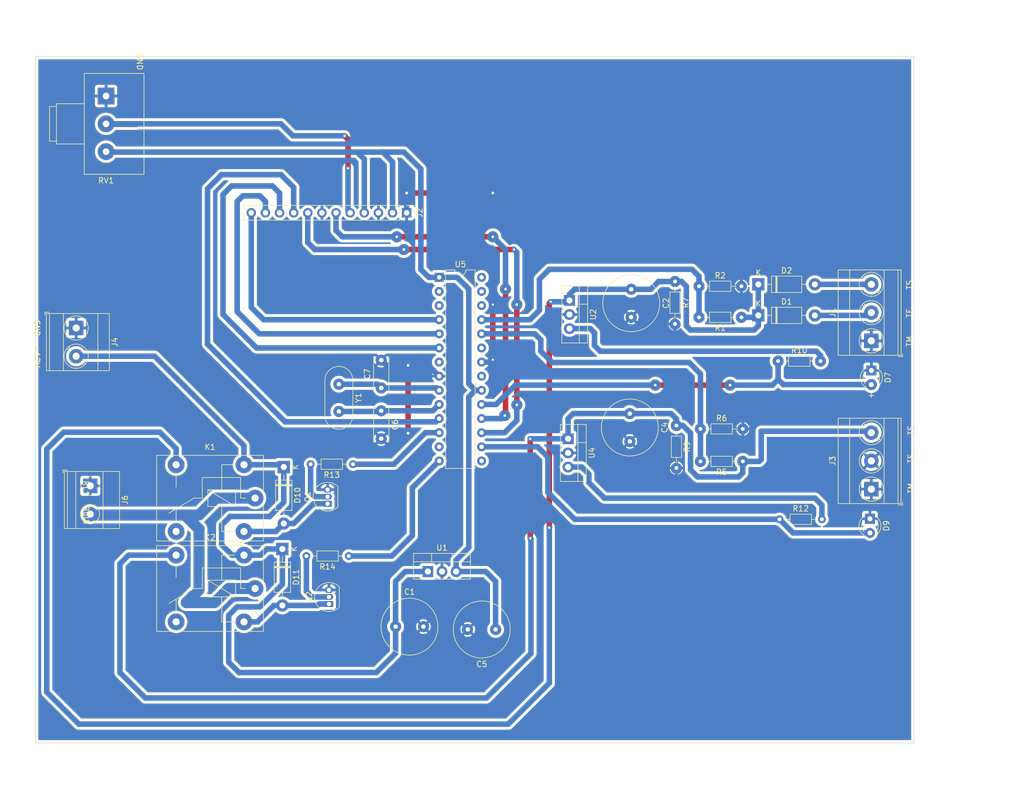
<source format=kicad_pcb>
(kicad_pcb (version 20211014) (generator pcbnew)
  (layers (0 "F.Cu" signal) (31 "B.Cu" signal) (34 "B.Paste" user) (35 "F.Paste" user) (36 "B.SilkS" user "B.Silkscreen") (37 "F.SilkS" user "F.Silkscreen") (38 "B.Mask" user) (39 "F.Mask" user) (44 "Edge.Cuts" user))
  (net 0 "")
  (net 1 "12V")
  (net 2 "GND")
  (net 4 "5V")
  (net 5 "XTAL2")
  (net 6 "XTAL1")
  (net 7 "Net-(D1-Pad2)")
  (net 8 "Net-(D2-Pad2)")
  (net 9 "13")
  (net 10 "10")
  (net 11 "Net-(D10-Pad2)")
  (net 12 "Net-(D11-Pad2)")
  (net 13 "PIN11")
  (net 14 "RL2")
  (net 15 "RL1")
  (net 16 "Net-(Q1-Pad2)")
  (net 17 "Net-(Q2-Pad2)")
  (net 18 "PC0")
  (net 19 "PC1")
  (net 20 "Net-(R10-Pad2)")
  (net 21 "Net-(R12-Pad2)")
  (net 22 "8")
  (net 24 "7")
  (net 25 "VEE")
  (net 28 "D7")
  (net 29 "D6")
  (net 30 "D5")
  (net 32 "D4")
  (net 33 "E")
  (net 34 "RS")
  (footprint "Potentiometer_THT:Potentiometer_Alps_RK163_Single_Horizontal" (layer "F.Cu") (at 35.052 42.672)
    (fp_text reference "RV1" (at 0 15.2) (layer "F.SilkS"))
    (fp_text value "10k")
    (pad "1" thru_hole rect (at 0 0 180) (size 3 3) (drill 1.2) (layers *.Cu *.Mask) (net 2 "GND"))
    (pad "2" thru_hole circle (at 0 5 180) (size 3 3) (drill 1.2) (layers *.Cu *.Mask) (net 25 "VEE"))
    (pad "3" thru_hole circle (at 0 10 180) (size 3 3) (drill 1.2) (layers *.Cu *.Mask) (net 4 "5V"))
  )
  (footprint "Crystal:Crystal_HC18-U_Vertical" (layer "F.Cu") (at 76.916 94.494 -90)
    (fp_text reference "Y1" (at 2.45 -3.525 90) (layer "F.SilkS"))
    (fp_text value "Crystal")
    (pad "1" thru_hole circle (at 0 0 270) (size 1.5 1.5) (drill 0.8) (layers *.Cu *.Mask) (net 6 "XTAL1"))
    (pad "2" thru_hole circle (at 4.9 0 270) (size 1.5 1.5) (drill 0.8) (layers *.Cu *.Mask) (net 5 "XTAL2"))
  )
  (footprint "Package_TO_SOT_THT:TO-92_Inline" (layer "F.Cu") (at 74.884 115.994 90)
    (fp_text reference "Q1" (at 1.27 -3.56 90) (layer "F.SilkS"))
    (fp_text value "BC547")
    (pad "1" thru_hole rect (at 0 0 90) (size 1.05 1.5) (drill 0.75) (layers *.Cu *.Mask) (net 11 "Net-(D10-Pad2)"))
    (pad "2" thru_hole oval (at 1.27 0 90) (size 1.05 1.5) (drill 0.75) (layers *.Cu *.Mask) (net 16 "Net-(Q1-Pad2)"))
    (pad "3" thru_hole oval (at 2.54 0 90) (size 1.05 1.5) (drill 0.75) (layers *.Cu *.Mask) (net 2 "GND"))
  )
  (footprint "Package_DIP:DIP-28_W7.62mm" (layer "F.Cu") (at 94.96 75.274)
    (fp_text reference "U5" (at 3.81 -2.33) (layer "F.SilkS"))
    (fp_text value "ATmega328P-P")
    (pad "1" thru_hole rect (at 0 0) (size 1.6 1.6) (drill 0.8) (layers *.Cu *.Mask) (net 4 "5V"))
    (pad "2" thru_hole oval (at 0 2.54) (size 1.6 1.6) (drill 0.8) (layers *.Cu *.Mask))
    (pad "3" thru_hole oval (at 0 5.08) (size 1.6 1.6) (drill 0.8) (layers *.Cu *.Mask))
    (pad "4" thru_hole oval (at 0 7.62) (size 1.6 1.6) (drill 0.8) (layers *.Cu *.Mask) (net 28 "D7"))
    (pad "5" thru_hole oval (at 0 10.16) (size 1.6 1.6) (drill 0.8) (layers *.Cu *.Mask) (net 29 "D6"))
    (pad "6" thru_hole oval (at 0 12.7) (size 1.6 1.6) (drill 0.8) (layers *.Cu *.Mask) (net 30 "D5"))
    (pad "7" thru_hole oval (at 0 15.24) (size 1.6 1.6) (drill 0.8) (layers *.Cu *.Mask))
    (pad "8" thru_hole oval (at 0 17.78) (size 1.6 1.6) (drill 0.8) (layers *.Cu *.Mask) (net 2 "GND"))
    (pad "9" thru_hole oval (at 0 20.32) (size 1.6 1.6) (drill 0.8) (layers *.Cu *.Mask) (net 6 "XTAL1"))
    (pad "10" thru_hole oval (at 0 22.86) (size 1.6 1.6) (drill 0.8) (layers *.Cu *.Mask) (net 5 "XTAL2"))
    (pad "11" thru_hole oval (at 0 25.4) (size 1.6 1.6) (drill 0.8) (layers *.Cu *.Mask) (net 32 "D4"))
    (pad "12" thru_hole oval (at 0 27.94) (size 1.6 1.6) (drill 0.8) (layers *.Cu *.Mask) (net 22 "8"))
    (pad "13" thru_hole oval (at 0 30.48) (size 1.6 1.6) (drill 0.8) (layers *.Cu *.Mask))
    (pad "14" thru_hole oval (at 0 33.02) (size 1.6 1.6) (drill 0.8) (layers *.Cu *.Mask) (net 24 "7"))
    (pad "15" thru_hole oval (at 7.62 33.02) (size 1.6 1.6) (drill 0.8) (layers *.Cu *.Mask))
    (pad "16" thru_hole oval (at 7.62 30.48) (size 1.6 1.6) (drill 0.8) (layers *.Cu *.Mask) (net 10 "10"))
    (pad "17" thru_hole oval (at 7.62 27.94) (size 1.6 1.6) (drill 0.8) (layers *.Cu *.Mask) (net 33 "E"))
    (pad "18" thru_hole oval (at 7.62 25.4) (size 1.6 1.6) (drill 0.8) (layers *.Cu *.Mask) (net 34 "RS"))
    (pad "19" thru_hole oval (at 7.62 22.86) (size 1.6 1.6) (drill 0.8) (layers *.Cu *.Mask) (net 9 "13"))
    (pad "20" thru_hole oval (at 7.62 20.32) (size 1.6 1.6) (drill 0.8) (layers *.Cu *.Mask) (net 4 "5V"))
    (pad "21" thru_hole oval (at 7.62 17.78) (size 1.6 1.6) (drill 0.8) (layers *.Cu *.Mask))
    (pad "22" thru_hole oval (at 7.62 15.24) (size 1.6 1.6) (drill 0.8) (layers *.Cu *.Mask) (net 2 "GND"))
    (pad "23" thru_hole oval (at 7.62 12.7) (size 1.6 1.6) (drill 0.8) (layers *.Cu *.Mask))
    (pad "24" thru_hole oval (at 7.62 10.16) (size 1.6 1.6) (drill 0.8) (layers *.Cu *.Mask) (net 19 "PC1"))
    (pad "25" thru_hole oval (at 7.62 7.62) (size 1.6 1.6) (drill 0.8) (layers *.Cu *.Mask) (net 18 "PC0"))
    (pad "26" thru_hole oval (at 7.62 5.08) (size 1.6 1.6) (drill 0.8) (layers *.Cu *.Mask))
    (pad "27" thru_hole oval (at 7.62 2.54) (size 1.6 1.6) (drill 0.8) (layers *.Cu *.Mask))
    (pad "28" thru_hole oval (at 7.62 0) (size 1.6 1.6) (drill 0.8) (layers *.Cu *.Mask))
  )
  (footprint "Diode_THT:D_DO-41_SOD81_P10.16mm_Horizontal" (layer "F.Cu") (at 67.01 109.39 -90)
    (fp_text reference "D10" (at 5.08 -2.47 90) (layer "F.SilkS"))
    (fp_text value "1N4007")
    (fp_text user "K" (at 0 -2.1 90) (layer "F.SilkS"))
    (pad "1" thru_hole rect (at 0 0 270) (size 2.2 2.2) (drill 1.1) (layers *.Cu *.Mask) (net 1 "12V"))
    (pad "2" thru_hole oval (at 10.16 0 270) (size 2.2 2.2) (drill 1.1) (layers *.Cu *.Mask) (net 11 "Net-(D10-Pad2)"))
  )
  (footprint "Resistor_THT:R_Axial_DIN0204_L3.6mm_D1.6mm_P7.62mm_Horizontal" (layer "F.Cu") (at 137.368 76.026 -90)
    (fp_text reference "R7" (at 3.81 -1.92 90) (layer "F.SilkS"))
    (fp_text value "1k")
    (pad "1" thru_hole circle (at 0 0 270) (size 1.4 1.4) (drill 0.7) (layers *.Cu *.Mask) (net 15 "RL1"))
    (pad "2" thru_hole oval (at 7.62 0 270) (size 1.4 1.4) (drill 0.7) (layers *.Cu *.Mask) (net 2 "GND"))
  )
  (footprint "Capacitor_THT:C_Radial_D10.0mm_H12.5mm_P5.00mm" (layer "F.Cu") (at 129.494 77.426 -90)
    (fp_text reference "C2" (at 2.5 -6.25 -90) (layer "F.SilkS"))
    (fp_text value "2200u")
    (pad "1" thru_hole circle (at 0 0 270) (size 1.6 1.6) (drill 0.8) (layers *.Cu *.Mask) (net 15 "RL1"))
    (pad "2" thru_hole circle (at 5 0 270) (size 1.6 1.6) (drill 0.8) (layers *.Cu *.Mask) (net 2 "GND"))
  )
  (footprint "Resistor_THT:R_Axial_DIN0204_L3.6mm_D1.6mm_P7.62mm_Horizontal" (layer "F.Cu") (at 149.306 82.466 180)
    (fp_text reference "R1" (at 3.81 -1.92) (layer "F.SilkS"))
    (fp_text value "100k")
    (pad "1" thru_hole circle (at 0 0 180) (size 1.4 1.4) (drill 0.7) (layers *.Cu *.Mask) (net 15 "RL1"))
    (pad "2" thru_hole oval (at 7.62 0 180) (size 1.4 1.4) (drill 0.7) (layers *.Cu *.Mask) (net 18 "PC0"))
  )
  (footprint "Resistor_THT:R_Axial_DIN0204_L3.6mm_D1.6mm_P7.62mm_Horizontal" (layer "F.Cu") (at 155.91 90.34)
    (fp_text reference "R10" (at 3.81 -1.92) (layer "F.SilkS"))
    (fp_text value "330")
    (pad "1" thru_hole circle (at 0 0) (size 1.4 1.4) (drill 0.7) (layers *.Cu *.Mask) (net 9 "13"))
    (pad "2" thru_hole oval (at 7.62 0) (size 1.4 1.4) (drill 0.7) (layers *.Cu *.Mask) (net 20 "Net-(R10-Pad2)"))
  )
  (footprint "Diode_THT:D_DO-41_SOD81_P10.16mm_Horizontal" (layer "F.Cu") (at 66.756 124.122 -90)
    (fp_text reference "D11" (at 5.08 -2.47 90) (layer "F.SilkS"))
    (fp_text value "1N4007")
    (fp_text user "K" (at 0 -2.1 90) (layer "F.SilkS"))
    (pad "1" thru_hole rect (at 0 0 270) (size 2.2 2.2) (drill 1.1) (layers *.Cu *.Mask) (net 1 "12V"))
    (pad "2" thru_hole oval (at 10.16 0 270) (size 2.2 2.2) (drill 1.1) (layers *.Cu *.Mask) (net 12 "Net-(D11-Pad2)"))
  )
  (footprint "Capacitor_THT:C_Disc_D6.0mm_W2.5mm_P5.00mm" (layer "F.Cu") (at 84.536 99.27 -90)
    (fp_text reference "C6" (at 2.5 -2.5 90) (layer "F.SilkS"))
    (fp_text value "22p")
    (pad "1" thru_hole circle (at 0 0 270) (size 1.6 1.6) (drill 0.8) (layers *.Cu *.Mask) (net 5 "XTAL2"))
    (pad "2" thru_hole circle (at 5 0 270) (size 1.6 1.6) (drill 0.8) (layers *.Cu *.Mask) (net 2 "GND"))
  )
  (footprint "Resistor_THT:R_Axial_DIN0204_L3.6mm_D1.6mm_P7.62mm_Horizontal" (layer "F.Cu") (at 156.164 118.788)
    (fp_text reference "R12" (at 3.81 -1.92) (layer "F.SilkS"))
    (fp_text value "300")
    (pad "1" thru_hole circle (at 0 0) (size 1.4 1.4) (drill 0.7) (layers *.Cu *.Mask) (net 10 "10"))
    (pad "2" thru_hole oval (at 7.62 0) (size 1.4 1.4) (drill 0.7) (layers *.Cu *.Mask) (net 21 "Net-(R12-Pad2)"))
  )
  (footprint "Package_TO_SOT_THT:TO-92_Inline" (layer "F.Cu") (at 75.138 134.028 90)
    (fp_text reference "Q2" (at 1.27 -3.56 90) (layer "F.SilkS"))
    (fp_text value "BC547")
    (pad "1" thru_hole rect (at 0 0 90) (size 1.05 1.5) (drill 0.75) (layers *.Cu *.Mask) (net 12 "Net-(D11-Pad2)"))
    (pad "2" thru_hole oval (at 1.27 0 90) (size 1.05 1.5) (drill 0.75) (layers *.Cu *.Mask) (net 17 "Net-(Q2-Pad2)"))
    (pad "3" thru_hole oval (at 2.54 0 90) (size 1.05 1.5) (drill 0.75) (layers *.Cu *.Mask) (net 2 "GND"))
  )
  (footprint "TerminalBlock_Phoenix:TerminalBlock_Phoenix_MKDS-1,5-2-5.08_1x02_P5.08mm_Horizontal" (layer "F.Cu") (at 32.207 112.776 -90)
    (fp_text reference "J6" (at 2.54 -6.26 90) (layer "F.SilkS"))
    (fp_text value "Screw_Terminal_01x02")
    (pad "1" thru_hole rect (at 0 0 270) (size 2.6 2.6) (drill 1.3) (layers *.Cu *.Mask) (net 2 "GND"))
    (pad "2" thru_hole circle (at 5.08 0 270) (size 2.6 2.6) (drill 1.3) (layers *.Cu *.Mask) (net 13 "PIN11"))
  )
  (footprint "Resistor_THT:R_Axial_DIN0204_L3.6mm_D1.6mm_P7.62mm_Horizontal" (layer "F.Cu") (at 79.456 108.882 180)
    (fp_text reference "R13" (at 3.81 -1.92) (layer "F.SilkS"))
    (fp_text value "10k")
    (pad "1" thru_hole circle (at 0 0 180) (size 1.4 1.4) (drill 0.7) (layers *.Cu *.Mask) (net 22 "8"))
    (pad "2" thru_hole oval (at 7.62 0 180) (size 1.4 1.4) (drill 0.7) (layers *.Cu *.Mask) (net 16 "Net-(Q1-Pad2)"))
  )
  (footprint "LED_THT:LED_D3.0mm" (layer "F.Cu") (at 172.674 92.023 -90)
    (fp_text reference "D7" (at 1.27 -2.96 90) (layer "F.SilkS"))
    (fp_text value "LED")
    (pad "1" thru_hole rect (at 0 0 270) (size 1.8 1.8) (drill 0.9) (layers *.Cu *.Mask) (net 2 "GND"))
    (pad "2" thru_hole circle (at 2.54 0 270) (size 1.8 1.8) (drill 0.9) (layers *.Cu *.Mask) (net 9 "13"))
  )
  (footprint "Relay_THT:Relay_SPDT_Finder_36.11" (layer "F.Cu") (at 61.852 114.978 180)
    (fp_text reference "K1" (at 8.1 9.2) (layer "F.SilkS"))
    (fp_text value "FINDER-32.21-x300")
    (pad "11" thru_hole circle (at 0 0 180) (size 3 3) (drill 1.3) (layers *.Cu *.Mask) (net 13 "PIN11"))
    (pad "12" thru_hole circle (at 14.2 -6 180) (size 3 3) (drill 1.3) (layers *.Cu *.Mask))
    (pad "14" thru_hole circle (at 14.2 6 180) (size 3 3) (drill 1.3) (layers *.Cu *.Mask) (net 15 "RL1"))
    (pad "A1" thru_hole circle (at 2 6 180) (size 3 3) (drill 1.3) (layers *.Cu *.Mask) (net 1 "12V"))
    (pad "A2" thru_hole circle (at 2 -6 180) (size 3 3) (drill 1.3) (layers *.Cu *.Mask) (net 11 "Net-(D10-Pad2)"))
  )
  (footprint "Capacitor_THT:C_Radial_D10.0mm_H12.5mm_P5.00mm" (layer "F.Cu") (at 129.24 99.778 -90)
    (fp_text reference "C4" (at 2.5 -6.25 -90) (layer "F.SilkS"))
    (fp_text value "2200u")
    (pad "1" thru_hole circle (at 0 0 270) (size 1.6 1.6) (drill 0.8) (layers *.Cu *.Mask) (net 14 "RL2"))
    (pad "2" thru_hole circle (at 5 0 270) (size 1.6 1.6) (drill 0.8) (layers *.Cu *.Mask) (net 2 "GND"))
  )
  (footprint "Capacitor_THT:C_Radial_D10.0mm_H12.5mm_P5.00mm" (layer "F.Cu") (at 87.116 138.092)
    (fp_text reference "C1" (at 2.5 -6.25) (layer "F.SilkS"))
    (fp_text value "2200u")
    (pad "1" thru_hole circle (at 0 0) (size 1.6 1.6) (drill 0.8) (layers *.Cu *.Mask) (net 1 "12V"))
    (pad "2" thru_hole circle (at 5 0) (size 1.6 1.6) (drill 0.8) (layers *.Cu *.Mask) (net 2 "GND"))
  )
  (footprint "Resistor_THT:R_Axial_DIN0204_L3.6mm_D1.6mm_P7.62mm_Horizontal" (layer "F.Cu") (at 141.94 102.532)
    (fp_text reference "R6" (at 3.81 -1.92) (layer "F.SilkS"))
    (fp_text value "10k")
    (pad "1" thru_hole circle (at 0 0) (size 1.4 1.4) (drill 0.7) (layers *.Cu *.Mask) (net 19 "PC1"))
    (pad "2" thru_hole oval (at 7.62 0) (size 1.4 1.4) (drill 0.7) (layers *.Cu *.Mask) (net 2 "GND"))
  )
  (footprint "Package_TO_SOT_THT:TO-220-3_Vertical" (layer "F.Cu") (at 92.918 128.186)
    (fp_text reference "U1" (at 2.54 -4.27) (layer "F.SilkS"))
    (fp_text value "LM7805_TO220")
    (pad "1" thru_hole rect (at 0 0) (size 1.905 2) (drill 1.1) (layers *.Cu *.Mask) (net 1 "12V"))
    (pad "2" thru_hole oval (at 2.54 0) (size 1.905 2) (drill 1.1) (layers *.Cu *.Mask) (net 2 "GND"))
    (pad "3" thru_hole oval (at 5.08 0) (size 1.905 2) (drill 1.1) (layers *.Cu *.Mask) (net 4 "5V"))
  )
  (footprint "Package_TO_SOT_THT:TO-220-3_Vertical" (layer "F.Cu") (at 118.135 104.31 -90)
    (fp_text reference "U4" (at 2.54 -4.27 90) (layer "F.SilkS"))
    (fp_text value "LM7805_TO220")
    (pad "1" thru_hole rect (at 0 0 270) (size 1.905 2) (drill 1.1) (layers *.Cu *.Mask) (net 14 "RL2"))
    (pad "2" thru_hole oval (at 2.54 0 270) (size 1.905 2) (drill 1.1) (layers *.Cu *.Mask) (net 2 "GND"))
    (pad "3" thru_hole oval (at 5.08 0 270) (size 1.905 2) (drill 1.1) (layers *.Cu *.Mask) (net 21 "Net-(R12-Pad2)"))
  )
  (footprint "TerminalBlock_Phoenix:TerminalBlock_Phoenix_MKDS-3-3-5.08_1x03_P5.08mm_Horizontal" (layer "F.Cu") (at 172.674 113.364 90)
    (fp_text reference "J3" (at 5.08 -6.96 90) (layer "F.SilkS"))
    (fp_text value "Screw_Terminal_01x03")
    (pad "1" thru_hole rect (at 0 0 90) (size 2.6 2.6) (drill 1.3) (layers *.Cu *.Mask) (net 2 "GND"))
    (pad "2" thru_hole circle (at 5.08 0 90) (size 2.6 2.6) (drill 1.3) (layers *.Cu *.Mask) (net 2 "GND"))
    (pad "3" thru_hole circle (at 10.16 0 90) (size 2.6 2.6) (drill 1.3) (layers *.Cu *.Mask) (net 14 "RL2"))
  )
  (footprint "TerminalBlock_Phoenix:TerminalBlock_Phoenix_MKDS-3-3-5.08_1x03_P5.08mm_Horizontal" (layer "F.Cu") (at 172.674 86.694 90)
    (fp_text reference "J1" (at 5.08 -6.96 90) (layer "F.SilkS"))
    (fp_text value "Screw_Terminal_01x03")
    (pad "1" thru_hole rect (at 0 0 90) (size 2.6 2.6) (drill 1.3) (layers *.Cu *.Mask) (net 2 "GND"))
    (pad "2" thru_hole circle (at 5.08 0 90) (size 2.6 2.6) (drill 1.3) (layers *.Cu *.Mask) (net 7 "Net-(D1-Pad2)"))
    (pad "3" thru_hole circle (at 10.16 0 90) (size 2.6 2.6) (drill 1.3) (layers *.Cu *.Mask) (net 8 "Net-(D2-Pad2)"))
  )
  (footprint "Resistor_THT:R_Axial_DIN0204_L3.6mm_D1.6mm_P7.62mm_Horizontal" (layer "F.Cu") (at 141.686 76.878)
    (fp_text reference "R2" (at 3.81 -1.92) (layer "F.SilkS"))
    (fp_text value "10k")
    (pad "1" thru_hole circle (at 0 0) (size 1.4 1.4) (drill 0.7) (layers *.Cu *.Mask) (net 18 "PC0"))
    (pad "2" thru_hole oval (at 7.62 0) (size 1.4 1.4) (drill 0.7) (layers *.Cu *.Mask) (net 2 "GND"))
  )
  (footprint "Resistor_THT:R_Axial_DIN0204_L3.6mm_D1.6mm_P7.62mm_Horizontal" (layer "F.Cu") (at 137.622 101.934 -90)
    (fp_text reference "R9" (at 3.81 -1.92 90) (layer "F.SilkS"))
    (fp_text value "1k")
    (pad "1" thru_hole circle (at 0 0 270) (size 1.4 1.4) (drill 0.7) (layers *.Cu *.Mask) (net 14 "RL2"))
    (pad "2" thru_hole oval (at 7.62 0 270) (size 1.4 1.4) (drill 0.7) (layers *.Cu *.Mask) (net 2 "GND"))
  )
  (footprint "Resistor_THT:R_Axial_DIN0204_L3.6mm_D1.6mm_P7.62mm_Horizontal" (layer "F.Cu") (at 149.56 108.374 180)
    (fp_text reference "R5" (at 3.81 -1.92) (layer "F.SilkS"))
    (fp_text value "100k")
    (pad "1" thru_hole circle (at 0 0 180) (size 1.4 1.4) (drill 0.7) (layers *.Cu *.Mask) (net 14 "RL2"))
    (pad "2" thru_hole oval (at 7.62 0 180) (size 1.4 1.4) (drill 0.7) (layers *.Cu *.Mask) (net 19 "PC1"))
  )
  (footprint "TerminalBlock_Phoenix:TerminalBlock_Phoenix_MKDS-3-2-5.08_1x02_P5.08mm_Horizontal" (layer "F.Cu") (at 29.672 84.382 -90)
    (fp_text reference "J4" (at 2.54 -6.96 90) (layer "F.SilkS"))
    (fp_text value "Screw_Terminal_01x02")
    (pad "1" thru_hole rect (at 0 0 270) (size 2.6 2.6) (drill 1.3) (layers *.Cu *.Mask) (net 2 "GND"))
    (pad "2" thru_hole circle (at 5.08 0 270) (size 2.6 2.6) (drill 1.3) (layers *.Cu *.Mask) (net 1 "12V"))
  )
  (footprint "Diode_THT:D_DO-41_SOD81_P10.16mm_Horizontal" (layer "F.Cu") (at 152.354 82.122)
    (fp_text reference "D1" (at 5.08 -2.47) (layer "F.SilkS"))
    (fp_text value "1N4007")
    (fp_text user "K" (at 0 -2.1) (layer "F.SilkS"))
    (pad "1" thru_hole rect (at 0 0) (size 2.2 2.2) (drill 1.1) (layers *.Cu *.Mask) (net 15 "RL1"))
    (pad "2" thru_hole oval (at 10.16 0) (size 2.2 2.2) (drill 1.1) (layers *.Cu *.Mask) (net 7 "Net-(D1-Pad2)"))
  )
  (footprint "LED_THT:LED_D3.0mm" (layer "F.Cu") (at 172.42 118.693 -90)
    (fp_text reference "D9" (at 1.27 -2.96 90) (layer "F.SilkS"))
    (fp_text value "LED")
    (pad "1" thru_hole rect (at 0 0 270) (size 1.8 1.8) (drill 0.9) (layers *.Cu *.Mask) (net 2 "GND"))
    (pad "2" thru_hole circle (at 2.54 0 270) (size 1.8 1.8) (drill 0.9) (layers *.Cu *.Mask) (net 10 "10"))
  )
  (footprint "Package_TO_SOT_THT:TO-220-3_Vertical" (layer "F.Cu") (at 118.389 79.418 -90)
    (fp_text reference "U2" (at 2.54 -4.27 90) (layer "F.SilkS"))
    (fp_text value "LM7805_TO220")
    (pad "1" thru_hole rect (at 0 0 270) (size 1.905 2) (drill 1.1) (layers *.Cu *.Mask) (net 15 "RL1"))
    (pad "2" thru_hole oval (at 2.54 0 270) (size 1.905 2) (drill 1.1) (layers *.Cu *.Mask) (net 2 "GND"))
    (pad "3" thru_hole oval (at 5.08 0 270) (size 1.905 2) (drill 1.1) (layers *.Cu *.Mask) (net 20 "Net-(R10-Pad2)"))
  )
  (footprint "Diode_THT:D_DO-41_SOD81_P10.16mm_Horizontal" (layer "F.Cu") (at 152.354 76.534)
    (fp_text reference "D2" (at 5.08 -2.47) (layer "F.SilkS"))
    (fp_text value "1N4007")
    (fp_text user "K" (at 0 -2.1) (layer "F.SilkS"))
    (pad "1" thru_hole rect (at 0 0) (size 2.2 2.2) (drill 1.1) (layers *.Cu *.Mask) (net 15 "RL1"))
    (pad "2" thru_hole oval (at 10.16 0) (size 2.2 2.2) (drill 1.1) (layers *.Cu *.Mask) (net 8 "Net-(D2-Pad2)"))
  )
  (footprint "Capacitor_THT:C_Radial_D10.0mm_H12.5mm_P5.00mm" (layer "F.Cu") (at 105.11 138.6 180)
    (fp_text reference "C5" (at 2.5 -6.25) (layer "F.SilkS"))
    (fp_text value "2200u")
    (pad "1" thru_hole circle (at 0 0 180) (size 1.6 1.6) (drill 0.8) (layers *.Cu *.Mask) (net 4 "5V"))
    (pad "2" thru_hole circle (at 5 0 180) (size 1.6 1.6) (drill 0.8) (layers *.Cu *.Mask) (net 2 "GND"))
  )
  (footprint "Connector_PinHeader_2.54mm:PinHeader_1x12_P2.54mm_Vertical" (layer "F.Cu") (at 89.108 63.67 -90)
    (fp_text reference "J2" (at 0 -2.33 90) (layer "F.SilkS"))
    (fp_text value "Conn_01x12_Female")
    (pad "1" thru_hole rect (at 0 0 270) (size 1.7 1.7) (drill 1) (layers *.Cu *.Mask) (net 2 "GND"))
    (pad "2" thru_hole oval (at 0 2.54 270) (size 1.7 1.7) (drill 1) (layers *.Cu *.Mask) (net 4 "5V"))
    (pad "3" thru_hole oval (at 0 5.08 270) (size 1.7 1.7) (drill 1) (layers *.Cu *.Mask) (net 2 "GND"))
    (pad "4" thru_hole oval (at 0 7.62 270) (size 1.7 1.7) (drill 1) (layers *.Cu *.Mask) (net 4 "5V"))
    (pad "5" thru_hole oval (at 0 10.16 270) (size 1.7 1.7) (drill 1) (layers *.Cu *.Mask) (net 25 "VEE"))
    (pad "6" thru_hole oval (at 0 12.7 270) (size 1.7 1.7) (drill 1) (layers *.Cu *.Mask) (net 34 "RS"))
    (pad "7" thru_hole oval (at 0 15.24 270) (size 1.7 1.7) (drill 1) (layers *.Cu *.Mask) (net 2 "GND"))
    (pad "8" thru_hole oval (at 0 17.78 270) (size 1.7 1.7) (drill 1) (layers *.Cu *.Mask) (net 33 "E"))
    (pad "9" thru_hole oval (at 0 20.32 270) (size 1.7 1.7) (drill 1) (layers *.Cu *.Mask) (net 32 "D4"))
    (pad "10" thru_hole oval (at 0 22.86 270) (size 1.7 1.7) (drill 1) (layers *.Cu *.Mask) (net 30 "D5"))
    (pad "11" thru_hole oval (at 0 25.4 270) (size 1.7 1.7) (drill 1) (layers *.Cu *.Mask) (net 29 "D6"))
    (pad "12" thru_hole oval (at 0 27.94 270) (size 1.7 1.7) (drill 1) (layers *.Cu *.Mask) (net 28 "D7"))
  )
  (footprint "Capacitor_THT:C_Disc_D6.0mm_W2.5mm_P5.00mm" (layer "F.Cu") (at 84.536 95.166 90)
    (fp_text reference "C7" (at 2.5 -2.5 90) (layer "F.SilkS"))
    (fp_text value "22p")
    (pad "1" thru_hole circle (at 0 0 90) (size 1.6 1.6) (drill 0.8) (layers *.Cu *.Mask) (net 6 "XTAL1"))
    (pad "2" thru_hole circle (at 5 0 90) (size 1.6 1.6) (drill 0.8) (layers *.Cu *.Mask) (net 2 "GND"))
  )
  (footprint "Relay_THT:Relay_SPDT_Finder_36.11" (layer "F.Cu") (at 61.852 131.234 180)
    (fp_text reference "K2" (at 8.1 9.2) (layer "F.SilkS"))
    (fp_text value "FINDER-32.21-x300")
    (pad "11" thru_hole circle (at 0 0 180) (size 3 3) (drill 1.3) (layers *.Cu *.Mask) (net 13 "PIN11"))
    (pad "12" thru_hole circle (at 14.2 -6 180) (size 3 3) (drill 1.3) (layers *.Cu *.Mask))
    (pad "14" thru_hole circle (at 14.2 6 180) (size 3 3) (drill 1.3) (layers *.Cu *.Mask) (net 14 "RL2"))
    (pad "A1" thru_hole circle (at 2 6 180) (size 3 3) (drill 1.3) (layers *.Cu *.Mask) (net 1 "12V"))
    (pad "A2" thru_hole circle (at 2 -6 180) (size 3 3) (drill 1.3) (layers *.Cu *.Mask) (net 12 "Net-(D11-Pad2)"))
  )
  (footprint "Resistor_THT:R_Axial_DIN0204_L3.6mm_D1.6mm_P7.62mm_Horizontal" (layer "F.Cu") (at 78.694 125.392 180)
    (fp_text reference "R14" (at 3.81 -1.92) (layer "F.SilkS"))
    (fp_text value "10k")
    (pad "1" thru_hole circle (at 0 0 180) (size 1.4 1.4) (drill 0.7) (layers *.Cu *.Mask) (net 24 "7"))
    (pad "2" thru_hole oval (at 7.62 0 180) (size 1.4 1.4) (drill 0.7) (layers *.Cu *.Mask) (net 17 "Net-(Q2-Pad2)"))
  )
  (gr_line (start 180.34 159.004) (end 180.34 35.56) (layer "Edge.Cuts") (width 0.1))
  (gr_line (start 22.352 159.004) (end 180.34 159.004) (layer "Edge.Cuts") (width 0.1))
  (gr_line (start 180.34 35.56) (end 22.352 35.56) (layer "Edge.Cuts") (width 0.1))
  (gr_line (start 22.352 35.56) (end 22.352 159.004) (layer "Edge.Cuts") (width 0.1))
  (gr_text "TS" (at 179.532 76.624 90) (layer "F.SilkS") (effects (font (size 1 1))))
  (gr_text "TE" (at 179.786 107.866 90) (layer "F.SilkS") (effects (font (size 1 1))))
  (gr_text "GND" (at 22.606 84.387 270) (layer "F.SilkS") (effects (font (size 1 1))))
  (gr_text "RL1" (at 31.45 113.2 270) (layer "F.SilkS") (effects (font (size 1 1))))
  (gr_text "TM" (at 179.532 86.784 90) (layer "F.SilkS") (effects (font (size 1 1))))
  (gr_text "GND" (at 41.102 36.492 270) (layer "F.SilkS") (effects (font (size 1 1))))
  (gr_text "TS" (at 179.786 102.786 90) (layer "F.SilkS") (effects (font (size 1 1))))
  (gr_text "+" (at 172.674 96.436) (layer "F.SilkS") (effects (font (size 1 1))))
  (gr_text "TM" (at 179.786 113.2 90) (layer "F.SilkS") (effects (font (size 1 1))))
  (gr_text "Bulb" (at 31.45 118.026 270) (layer "F.SilkS") (effects (font (size 1 1))))
  (gr_text "TE" (at 179.532 81.704 90) (layer "F.SilkS") (effects (font (size 1 1))))
  (gr_text "+12V" (at 22.606 89.467 270) (layer "F.SilkS") (effects (font (size 1 1))))
  (via (at 87.116 138.092) (size 2) (drill 0.5) (layers "F.Cu" "B.Cu") (net 1))
  (segment (start 59.852 125.234) (end 62.85 125.234) (width 1) (layer "B.Cu") (net 1))
  (segment (start 57.104 144.48) (end 58.971 146.347) (width 1) (layer "B.Cu") (net 1))
  (segment (start 58.628 134.536) (end 57.104 136.06) (width 1) (layer "B.Cu") (net 1))
  (segment (start 62.85 125.234) (end 63.962 124.122) (width 1) (layer "B.Cu") (net 1))
  (segment (start 57.358 118.28) (end 55.834 119.804) (width 1) (layer "B.Cu") (net 1))
  (segment (start 55.834 119.804) (end 55.834 123.36) (width 1) (layer "B.Cu") (net 1))
  (segment (start 57.104 140.632) (end 57.104 144.48) (width 1) (layer "B.Cu") (net 1))
  (segment (start 87.116 138.092) (end 87.116 129.924) (width 1) (layer "B.Cu") (net 1))
  (segment (start 66.756 124.122) (end 66.756 130.472) (width 1) (layer "B.Cu") (net 1))
  (segment (start 59.852 105.534) (end 59.852 108.978) (width 1) (layer "B.Cu") (net 1))
  (segment (start 88.854 128.186) (end 92.918 128.186) (width 1) (layer "B.Cu") (net 1))
  (segment (start 67.01 115.74) (end 64.47 118.28) (width 1) (layer "B.Cu") (net 1))
  (segment (start 29.672 89.462) (end 43.78 89.462) (width 1) (layer "B.Cu") (net 1))
  (segment (start 87.116 142.878) (end 87.116 138.092) (width 1) (layer "B.Cu") (net 1))
  (segment (start 64.47 118.28) (end 57.358 118.28) (width 1) (layer "B.Cu") (net 1))
  (segment (start 62.692 134.536) (end 58.628 134.536) (width 1) (layer "B.Cu") (net 1))
  (segment (start 59.852 108.978) (end 66.598 108.978) (width 1) (layer "B.Cu") (net 1))
  (segment (start 57.708 125.234) (end 59.852 125.234) (width 1) (layer "B.Cu") (net 1))
  (segment (start 67.01 109.39) (end 67.01 115.74) (width 1) (layer "B.Cu") (net 1))
  (segment (start 66.756 130.472) (end 62.692 134.536) (width 1) (layer "B.Cu") (net 1))
  (segment (start 43.78 89.462) (end 59.852 105.534) (width 1) (layer "B.Cu") (net 1))
  (segment (start 66.598 108.978) (end 67.01 109.39) (width 1) (layer "B.Cu") (net 1))
  (segment (start 63.962 124.122) (end 66.756 124.122) (width 1) (layer "B.Cu") (net 1))
  (segment (start 83.647 146.347) (end 87.116 142.878) (width 1) (layer "B.Cu") (net 1))
  (segment (start 58.971 146.347) (end 83.647 146.347) (width 1) (layer "B.Cu") (net 1))
  (segment (start 87.116 129.924) (end 88.854 128.186) (width 1) (layer "B.Cu") (net 1))
  (segment (start 57.104 136.06) (end 57.104 140.632) (width 1) (layer "B.Cu") (net 1))
  (segment (start 55.834 123.36) (end 57.708 125.234) (width 1) (layer "B.Cu") (net 1))
  (segment (start 89.108 60.114) (end 104.602 60.114) (width 1) (layer "F.Cu") (net 2))
  (segment (start 89.362 92.372) (end 89.362 103.294) (width 1) (layer "F.Cu") (net 2))
  (segment (start 89.362 91.102) (end 89.362 92.626) (width 1) (layer "F.Cu") (net 2))
  (segment (start 104.602 90.086) (end 104.602 80.18) (width 1) (layer "F.Cu") (net 2))
  (via (at 137.622 109.644) (size 2) (drill 0.5) (layers "F.Cu" "B.Cu") (net 2))
  (via (at 100.03 138.6) (size 2) (drill 0.5) (layers "F.Cu" "B.Cu") (net 2))
  (via (at 89.108 60.114) (size 0.8) (drill 0.4) (layers "F.Cu" "B.Cu") (net 2))
  (via (at 104.602 60.114) (size 0.8) (drill 0.4) (layers "F.Cu" "B.Cu") (net 2))
  (via (at 137.368 83.736) (size 2) (drill 0.5) (layers "F.Cu" "B.Cu") (net 2))
  (via (at 104.602 90.086) (size 0.8) (drill 0.4) (layers "F.Cu" "B.Cu") (net 2))
  (via (at 92.156 138.092) (size 2) (drill 0.5) (layers "F.Cu" "B.Cu") (net 2))
  (via (at 84.536 90.166) (size 2) (drill 0.5) (layers "F.Cu" "B.Cu") (net 2))
  (via (at 89.362 91.102) (size 2) (drill 0.5) (layers "F.Cu" "B.Cu") (net 2))
  (via (at 129.494 82.466) (size 2) (drill 0.5) (layers "F.Cu" "B.Cu") (net 2))
  (via (at 84.536 104.31) (size 2) (drill 0.5) (layers "F.Cu" "B.Cu") (net 2))
  (via (at 129.24 104.818) (size 2) (drill 0.5) (layers "F.Cu" "B.Cu") (net 2))
  (via (at 89.108 60.114) (size 2) (drill 0.5) (layers "F.Cu" "B.Cu") (net 2))
  (via (at 149.306 76.878) (size 2) (drill 0.5) (layers "F.Cu" "B.Cu") (net 2))
  (via (at 89.362 103.294) (size 2) (drill 0.5) (layers "F.Cu" "B.Cu") (net 2))
  (via (at 149.56 102.532) (size 2) (drill 0.5) (layers "F.Cu" "B.Cu") (net 2))
  (via (at 104.602 80.18) (size 0.8) (drill 0.4) (layers "F.Cu" "B.Cu") (net 2))
  (via (at 104.602 60.114) (size 2) (drill 0.5) (layers "F.Cu" "B.Cu") (net 2))
  (segment (start 89.108 63.67) (end 89.108 60.114) (width 1) (layer "B.Cu") (net 2))
  (segment (start 102.58 90.514) (end 104.174 90.514) (width 1) (layer "B.Cu") (net 2))
  (segment (start 104.174 90.514) (end 104.602 90.086) (width 1) (layer "B.Cu") (net 2))
  (segment (start 85.472 91.102) (end 90.632 91.102) (width 1) (layer "B.Cu") (net 2))
  (segment (start 85.472 91.102) (end 84.536 90.166) (width 1) (layer "B.Cu") (net 2))
  (segment (start 94.96 93.054) (end 93.008 91.102) (width 1) (layer "B.Cu") (net 2))
  (segment (start 93.008 91.102) (end 90.632 91.102) (width 1) (layer "B.Cu") (net 2))
  (segment (start 172.42 108.03) (end 172.674 108.284) (width 1) (layer "B.Cu") (net 2))
  (via (at 105.11 138.6) (size 2) (drill 0.5) (layers "F.Cu" "B.Cu") (net 4))
  (segment (start 100.284 94.404) (end 101.474 95.594) (width 1) (layer "B.Cu") (net 4))
  (segment (start 93.092 75.274) (end 94.96 75.274) (width 1) (layer "B.Cu") (net 4))
  (segment (start 91.666 55.814) (end 88.604 52.752) (width 1) (layer "B.Cu") (net 4))
  (segment (start 97.998 128.186) (end 103.332 128.186) (width 1) (layer "B.Cu") (net 4))
  (segment (start 105.11 129.964) (end 105.11 138.6) (width 1) (layer "B.Cu") (net 4))
  (segment (start 97.998 126.154) (end 100.284 123.868) (width 1) (layer "B.Cu") (net 4))
  (segment (start 35.132 52.752) (end 80.222 52.752) (width 1) (layer "B.Cu") (net 4))
  (segment (start 81.488 54.018) (end 81.488 63.67) (width 1) (layer "B.Cu") (net 4))
  (segment (start 91.666 73.848) (end 93.092 75.274) (width 1) (layer "B.Cu") (net 4))
  (segment (start 84.794 52.752) (end 80.222 52.752) (width 1) (layer "B.Cu") (net 4))
  (segment (start 100.284 96.784) (end 101.474 95.594) (width 1) (layer "B.Cu") (net 4))
  (segment (start 100.284 123.868) (end 100.284 96.784) (width 1) (layer "B.Cu") (net 4))
  (segment (start 100.284 77.386) (end 100.284 94.404) (width 1) (layer "B.Cu") (net 4))
  (segment (start 98.172 75.274) (end 100.284 77.386) (width 1) (layer "B.Cu") (net 4))
  (segment (start 91.666 63.906) (end 91.666 55.814) (width 1) (layer "B.Cu") (net 4))
  (segment (start 97.998 128.186) (end 97.998 126.154) (width 1) (layer "B.Cu") (net 4))
  (segment (start 103.332 128.186) (end 105.11 129.964) (width 1) (layer "B.Cu") (net 4))
  (segment (start 91.666 68.7135) (end 91.666 63.906) (width 1) (layer "B.Cu") (net 4))
  (segment (start 101.474 95.594) (end 102.58 95.594) (width 1) (layer "B.Cu") (net 4))
  (segment (start 80.222 52.752) (end 81.488 54.018) (width 1) (layer "B.Cu") (net 4))
  (segment (start 86.568 54.526) (end 86.568 63.67) (width 1) (layer "B.Cu") (net 4))
  (segment (start 91.666 68.7135) (end 91.666 73.848) (width 1) (layer "B.Cu") (net 4))
  (segment (start 35.052 52.672) (end 35.132 52.752) (width 1) (layer "B.Cu") (net 4))
  (segment (start 84.794 52.752) (end 86.568 54.526) (width 1) (layer "B.Cu") (net 4))
  (segment (start 94.96 75.274) (end 98.172 75.274) (width 1) (layer "B.Cu") (net 4))
  (segment (start 88.604 52.752) (end 84.794 52.752) (width 1) (layer "B.Cu") (net 4))
  (via (at 84.536 99.27) (size 2) (drill 0.5) (layers "F.Cu" "B.Cu") (net 5))
  (via (at 76.916 99.394) (size 2) (drill 0.5) (layers "F.Cu" "B.Cu") (net 5))
  (segment (start 84.536 99.27) (end 93.824 99.27) (width 1) (layer "B.Cu") (net 5))
  (segment (start 76.916 99.394) (end 84.412 99.394) (width 1) (layer "B.Cu") (net 5))
  (segment (start 84.412 99.394) (end 84.536 99.27) (width 1) (layer "B.Cu") (net 5))
  (segment (start 93.824 99.27) (end 94.96 98.134) (width 1) (layer "B.Cu") (net 5))
  (via (at 84.536 95.166) (size 2) (drill 0.5) (layers "F.Cu" "B.Cu") (net 6))
  (via (at 76.916 94.494) (size 2) (drill 0.5) (layers "F.Cu" "B.Cu") (net 6))
  (segment (start 94.532 95.166) (end 94.96 95.594) (width 1) (layer "B.Cu") (net 6))
  (segment (start 83.864 94.494) (end 84.536 95.166) (width 1) (layer "B.Cu") (net 6))
  (segment (start 84.536 95.166) (end 94.532 95.166) (width 1) (layer "B.Cu") (net 6))
  (segment (start 76.916 94.494) (end 83.864 94.494) (width 1) (layer "B.Cu") (net 6))
  (segment (start 172.166 82.122) (end 172.674 81.614) (width 1) (layer "B.Cu") (net 7))
  (segment (start 162.514 82.122) (end 172.166 82.122) (width 1) (layer "B.Cu") (net 7))
  (segment (start 162.514 76.534) (end 172.674 76.534) (width 1) (layer "B.Cu") (net 8))
  (segment (start 147.274 94.658) (end 133.812 94.658) (width 1) (layer "F.Cu") (net 9))
  (via (at 147.274 94.658) (size 2) (drill 0.5) (layers "F.Cu" "B.Cu") (net 9))
  (via (at 133.812 94.658) (size 2) (drill 0.5) (layers "F.Cu" "B.Cu") (net 9))
  (via (at 172.674 94.563) (size 2) (drill 0.5) (layers "F.Cu" "B.Cu") (net 9))
  (via (at 155.91 90.34) (size 2) (drill 0.5) (layers "F.Cu" "B.Cu") (net 9))
  (segment (start 147.274 94.658) (end 154.894 94.658) (width 1) (layer "B.Cu") (net 9))
  (segment (start 108.666 94.658) (end 133.812 94.658) (width 1) (layer "B.Cu") (net 9))
  (segment (start 156.831 94.563) (end 172.674 94.563) (width 1) (layer "B.Cu") (net 9))
  (segment (start 154.894 94.658) (end 155.91 93.642) (width 1) (layer "B.Cu") (net 9))
  (segment (start 105.19 98.134) (end 108.666 94.658) (width 1) (layer "B.Cu") (net 9))
  (segment (start 155.91 93.642) (end 155.91 90.34) (width 1) (layer "B.Cu") (net 9))
  (segment (start 155.91 93.642) (end 156.831 94.563) (width 1) (layer "B.Cu") (net 9))
  (segment (start 102.58 98.134) (end 105.19 98.134) (width 1) (layer "B.Cu") (net 9))
  (segment (start 158.609 121.233) (end 172.42 121.233) (width 1) (layer "B.Cu") (net 10))
  (segment (start 102.58 105.754) (end 112.65 105.754) (width 1) (layer "B.Cu") (net 10))
  (segment (start 119.334 118.788) (end 156.164 118.788) (width 1) (layer "B.Cu") (net 10))
  (segment (start 156.164 118.788) (end 158.609 121.233) (width 1) (layer "B.Cu") (net 10))
  (segment (start 114.508 107.612) (end 114.508 113.962) (width 1) (layer "B.Cu") (net 10))
  (segment (start 112.65 105.754) (end 114.508 107.612) (width 1) (layer "B.Cu") (net 10))
  (segment (start 114.508 113.962) (end 119.334 118.788) (width 1) (layer "B.Cu") (net 10))
  (segment (start 67.01 119.55) (end 68.788 119.55) (width 1) (layer "B.Cu") (net 11))
  (segment (start 65.582 120.978) (end 67.01 119.55) (width 1) (layer "B.Cu") (net 11))
  (segment (start 68.788 119.55) (end 72.344 115.994) (width 1) (layer "B.Cu") (net 11))
  (segment (start 72.344 115.994) (end 74.884 115.994) (width 1) (layer "B.Cu") (net 11))
  (segment (start 59.852 120.978) (end 65.582 120.978) (width 1) (layer "B.Cu") (net 11))
  (segment (start 62.28 137.234) (end 65.232 134.282) (width 1) (layer "B.Cu") (net 12))
  (segment (start 65.232 134.282) (end 66.756 134.282) (width 1) (layer "B.Cu") (net 12))
  (segment (start 73.36 134.028) (end 75.138 134.028) (width 1) (layer "B.Cu") (net 12))
  (segment (start 59.852 137.234) (end 62.28 137.234) (width 1) (layer "B.Cu") (net 12))
  (segment (start 66.756 134.282) (end 73.106 134.282) (width 1) (layer "B.Cu") (net 12))
  (segment (start 73.106 134.282) (end 73.36 134.028) (width 1) (layer "B.Cu") (net 12))
  (segment (start 51.775 118.021) (end 32.372 118.021) (width 2) (layer "B.Cu") (net 13))
  (segment (start 51.775 131.473) (end 49.479 133.769) (width 2) (layer "B.Cu") (net 13))
  (segment (start 54.818 114.978) (end 51.775 118.021) (width 2) (layer "B.Cu") (net 13))
  (segment (start 49.23 118.026) (end 51.775 120.571) (width 2) (layer "B.Cu") (net 13))
  (segment (start 54.569 133.769) (end 49.479 133.769) (width 2) (layer "B.Cu") (net 13))
  (segment (start 32.372 118.021) (end 32.207 117.856) (width 2) (layer "B.Cu") (net 13))
  (segment (start 51.775 120.571) (end 51.775 131.473) (width 2) (layer "B.Cu") (net 13))
  (segment (start 61.852 131.234) (end 57.104 131.234) (width 2) (layer "B.Cu") (net 13))
  (segment (start 61.852 114.978) (end 54.818 114.978) (width 2) (layer "B.Cu") (net 13))
  (segment (start 57.104 131.234) (end 54.569 133.769) (width 2) (layer "B.Cu") (net 13))
  (segment (start 111.333 104.31) (end 111.333 122.217) (width 1) (layer "F.Cu") (net 14))
  (via (at 111.333 122.217) (size 0.8) (drill 0.4) (layers "F.Cu" "B.Cu") (net 14))
  (via (at 149.56 108.374) (size 2) (drill 0.5) (layers "F.Cu" "B.Cu") (net 14))
  (via (at 137.622 101.934) (size 2) (drill 0.5) (layers "F.Cu" "B.Cu") (net 14))
  (via (at 129.24 99.778) (size 2) (drill 0.5) (layers "F.Cu" "B.Cu") (net 14))
  (via (at 111.333 104.31) (size 0.8) (drill 0.4) (layers "F.Cu" "B.Cu") (net 14))
  (segment (start 137.622 100.754) (end 137.368 100.5) (width 1) (layer "B.Cu") (net 14))
  (segment (start 129.24 99.778) (end 136.646 99.778) (width 1) (layer "B.Cu") (net 14))
  (segment (start 137.622 100.754) (end 137.622 101.934) (width 1) (layer "B.Cu") (net 14))
  (segment (start 137.622 101.934) (end 138.802 101.934) (width 1) (layer "B.Cu") (net 14))
  (segment (start 119.04 99.778) (end 129.24 99.778) (width 1) (layer "B.Cu") (net 14))
  (segment (start 172.42 102.95) (end 152.862 102.95) (width 1) (layer "B.Cu") (net 14))
  (segment (start 152.518 108.374) (end 149.56 108.374) (width 1) (layer "B.Cu") (net 14))
  (segment (start 111.46 142.918) (end 111.46 122.344) (width 1) (layer "B.Cu") (net 14))
  (segment (start 118.135 104.31) (end 111.333 104.31) (width 1) (layer "B.Cu") (net 14))
  (segment (start 118.135 104.31) (end 118.135 100.683) (width 1) (layer "B.Cu") (net 14))
  (segment (start 152.862 102.95) (end 152.862 108.03) (width 1) (layer "B.Cu") (net 14))
  (segment (start 172.674 103.204) (end 172.42 102.95) (width 1) (layer "B.Cu") (net 14))
  (segment (start 140.162 109.898) (end 141.432 111.168) (width 1) (layer "B.Cu") (net 14))
  (segment (start 136.646 99.778) (end 137.622 100.754) (width 1) (layer "B.Cu") (net 14))
  (segment (start 149.56 110.406) (end 149.56 108.374) (width 1) (layer "B.Cu") (net 14))
  (segment (start 141.432 111.168) (end 148.798 111.168) (width 1) (layer "B.Cu") (net 14))
  (segment (start 138.802 101.934) (end 140.162 103.294) (width 1) (layer "B.Cu") (net 14))
  (segment (start 37.546 146.347) (end 42.118 150.919) (width 1) (layer "B.Cu") (net 14))
  (segment (start 42.118 150.919) (end 103.459 150.919) (width 1) (layer "B.Cu") (net 14))
  (segment (start 111.46 122.344) (end 111.333 122.217) (width 1) (layer "B.Cu") (net 14))
  (segment (start 37.546 126.789) (end 37.546 146.347) (width 1) (layer "B.Cu") (net 14))
  (segment (start 140.162 103.294) (end 140.162 109.898) (width 1) (layer "B.Cu") (net 14))
  (segment (start 152.862 108.03) (end 152.518 108.374) (width 1) (layer "B.Cu") (net 14))
  (segment (start 118.135 100.683) (end 119.04 99.778) (width 1) (layer "B.Cu") (net 14))
  (segment (start 103.459 150.919) (end 111.46 142.918) (width 1) (layer "B.Cu") (net 14))
  (segment (start 148.798 111.168) (end 149.56 110.406) (width 1) (layer "B.Cu") (net 14))
  (segment (start 39.101 125.234) (end 37.546 126.789) (width 1) (layer "B.Cu") (net 14))
  (segment (start 47.652 125.234) (end 39.101 125.234) (width 1) (layer "B.Cu") (net 14))
  (segment (start 114.762 79.926) (end 115.016 79.672) (width 1) (layer "F.Cu") (net 15))
  (segment (start 114.762 120.312) (end 114.762 79.926) (width 1) (layer "F.Cu") (net 15))
  (via (at 129.494 77.426) (size 2) (drill 0.5) (layers "F.Cu" "B.Cu") (net 15))
  (via (at 115.016 79.672) (size 0.8) (drill 0.4) (layers "F.Cu" "B.Cu") (net 15))
  (via (at 137.368 76.026) (size 2) (drill 0.5) (layers "F.Cu" "B.Cu") (net 15))
  (via (at 149.306 82.466) (size 2) (drill 0.5) (layers "F.Cu" "B.Cu") (net 15))
  (via (at 114.762 120.312) (size 0.8) (drill 0.4) (layers "F.Cu" "B.Cu") (net 15))
  (segment (start 119.294 77.426) (end 129.494 77.426) (width 1) (layer "B.Cu") (net 15))
  (segment (start 149.306 82.466) (end 152.01 82.466) (width 1) (layer "B.Cu") (net 15))
  (segment (start 140.162 84.752) (end 151.592 84.752) (width 1) (layer "B.Cu") (net 15))
  (segment (start 139.4 76.878) (end 139.4 83.99) (width 1) (layer "B.Cu") (net 15))
  (segment (start 134.41 76.026) (end 137.368 76.026) (width 1) (layer "B.Cu") (net 15))
  (segment (start 152.354 83.99) (end 152.354 82.122) (width 1) (layer "B.Cu") (net 15))
  (segment (start 118.389 78.331) (end 119.294 77.426) (width 1) (layer "B.Cu") (net 15))
  (segment (start 118.389 79.418) (end 118.389 78.331) (width 1) (layer "B.Cu") (net 15))
  (segment (start 47.652 108.978) (end 47.652 106.072) (width 1) (layer "B.Cu") (net 15))
  (segment (start 139.4 83.99) (end 140.162 84.752) (width 1) (layer "B.Cu") (net 15))
  (segment (start 27.432 103.124) (end 24.384 106.172) (width 1) (layer "B.Cu") (net 15))
  (segment (start 151.592 84.752) (end 152.354 83.99) (width 1) (layer "B.Cu") (net 15))
  (segment (start 44.704 103.124) (end 27.432 103.124) (width 1) (layer "B.Cu") (net 15))
  (segment (start 24.384 149.86) (end 30.142 155.618) (width 1) (layer "B.Cu") (net 15))
  (segment (start 129.494 77.426) (end 133.01 77.426) (width 1) (layer "B.Cu") (net 15))
  (segment (start 107.396 155.618) (end 114.762 148.252) (width 1) (layer "B.Cu") (net 15))
  (segment (start 133.01 77.426) (end 134.41 76.026) (width 1) (layer "B.Cu") (net 15))
  (segment (start 24.384 106.172) (end 24.384 149.86) (width 1) (layer "B.Cu") (net 15))
  (segment (start 118.135 79.672) (end 118.389 79.418) (width 1) (layer "B.Cu") (net 15))
  (segment (start 137.368 76.026) (end 138.548 76.026) (width 1) (layer "B.Cu") (net 15))
  (segment (start 114.762 148.252) (end 114.762 120.312) (width 1) (layer "B.Cu") (net 15))
  (segment (start 152.01 82.466) (end 152.354 82.122) (width 1) (layer "B.Cu") (net 15))
  (segment (start 47.652 106.072) (end 44.704 103.124) (width 1) (layer "B.Cu") (net 15))
  (segment (start 152.354 76.534) (end 152.354 82.122) (width 1) (layer "B.Cu") (net 15))
  (segment (start 138.548 76.026) (end 139.4 76.878) (width 1) (layer "B.Cu") (net 15))
  (segment (start 151.846 76.026) (end 152.354 76.534) (width 1) (layer "B.Cu") (net 15))
  (segment (start 30.142 155.618) (end 107.396 155.618) (width 1) (layer "B.Cu") (net 15))
  (segment (start 115.016 79.672) (end 118.135 79.672) (width 1) (layer "B.Cu") (net 15))
  (segment (start 72.598 114.724) (end 74.884 114.724) (width 1) (layer "B.Cu") (net 16))
  (segment (start 71.836 113.962) (end 72.598 114.724) (width 1) (layer "B.Cu") (net 16))
  (segment (start 71.836 108.882) (end 71.836 113.962) (width 1) (layer "B.Cu") (net 16))
  (segment (start 71.074 131.742) (end 72.09 132.758) (width 1) (layer "B.Cu") (net 17))
  (segment (start 71.074 125.392) (end 71.074 131.742) (width 1) (layer "B.Cu") (net 17))
  (segment (start 72.09 132.758) (end 75.138 132.758) (width 1) (layer "B.Cu") (net 17))
  (via (at 141.686 82.466) (size 2) (drill 0.5) (layers "F.Cu" "B.Cu") (net 18))
  (via (at 141.686 76.878) (size 2) (drill 0.5) (layers "F.Cu" "B.Cu") (net 18))
  (segment (start 112.984 75.608) (end 112.984 81.196) (width 1) (layer "B.Cu") (net 18))
  (segment (start 141.686 76.878) (end 141.686 82.466) (width 1) (layer "B.Cu") (net 18))
  (segment (start 114.762 73.83) (end 112.984 75.608) (width 1) (layer "B.Cu") (net 18))
  (segment (start 112.984 81.196) (end 111.286 82.894) (width 1) (layer "B.Cu") (net 18))
  (segment (start 140.416 73.83) (end 114.762 73.83) (width 1) (layer "B.Cu") (net 18))
  (segment (start 141.686 76.878) (end 141.686 75.1) (width 1) (layer "B.Cu") (net 18))
  (segment (start 111.286 82.894) (end 102.58 82.894) (width 1) (layer "B.Cu") (net 18))
  (segment (start 141.686 75.1) (end 140.416 73.83) (width 1) (layer "B.Cu") (net 18))
  (via (at 141.94 102.532) (size 2) (drill 0.5) (layers "F.Cu" "B.Cu") (net 19))
  (via (at 141.94 108.374) (size 2) (drill 0.5) (layers "F.Cu" "B.Cu") (net 19))
  (segment (start 115.27 90.594) (end 139.908 90.594) (width 1) (layer "B.Cu") (net 19))
  (segment (start 141.94 92.626) (end 141.94 102.532) (width 1) (layer "B.Cu") (net 19))
  (segment (start 113.238 88.562) (end 115.27 90.594) (width 1) (layer "B.Cu") (net 19))
  (segment (start 102.58 85.434) (end 112.142 85.434) (width 1) (layer "B.Cu") (net 19))
  (segment (start 141.94 102.532) (end 141.94 108.374) (width 1) (layer "B.Cu") (net 19))
  (segment (start 112.142 85.434) (end 113.238 86.53) (width 1) (layer "B.Cu") (net 19))
  (segment (start 139.908 90.594) (end 141.94 92.626) (width 1) (layer "B.Cu") (net 19))
  (segment (start 113.238 86.53) (end 113.238 88.562) (width 1) (layer "B.Cu") (net 19))
  (via (at 163.53 90.34) (size 2) (drill 0.5) (layers "F.Cu" "B.Cu") (net 20))
  (segment (start 162.768 88.562) (end 163.53 89.324) (width 1) (layer "B.Cu") (net 20))
  (segment (start 122.89 85.26) (end 122.89 87.546) (width 1) (layer "B.Cu") (net 20))
  (segment (start 163.53 89.324) (end 163.53 90.34) (width 1) (layer "B.Cu") (net 20))
  (segment (start 122.89 87.546) (end 123.906 88.562) (width 1) (layer "B.Cu") (net 20))
  (segment (start 122.128 84.498) (end 122.89 85.26) (width 1) (layer "B.Cu") (net 20))
  (segment (start 118.389 84.498) (end 122.128 84.498) (width 1) (layer "B.Cu") (net 20))
  (segment (start 123.906 88.562) (end 162.768 88.562) (width 1) (layer "B.Cu") (net 20))
  (segment (start 120.604 109.39) (end 121.874 110.66) (width 1) (layer "B.Cu") (net 21))
  (segment (start 121.874 112.184) (end 124.668 114.978) (width 1) (layer "B.Cu") (net 21))
  (segment (start 118.135 109.39) (end 120.604 109.39) (width 1) (layer "B.Cu") (net 21))
  (segment (start 162.514 114.978) (end 163.784 116.248) (width 1) (layer "B.Cu") (net 21))
  (segment (start 163.784 116.248) (end 163.784 118.788) (width 1) (layer "B.Cu") (net 21))
  (segment (start 124.668 114.978) (end 162.514 114.978) (width 1) (layer "B.Cu") (net 21))
  (segment (start 121.874 110.66) (end 121.874 112.184) (width 1) (layer "B.Cu") (net 21))
  (segment (start 79.456 108.882) (end 86.822 108.882) (width 1) (layer "B.Cu") (net 22))
  (segment (start 92.49 103.214) (end 94.96 103.214) (width 1) (layer "B.Cu") (net 22))
  (segment (start 86.822 108.882) (end 92.49 103.214) (width 1) (layer "B.Cu") (net 22))
  (segment (start 90.124 121.709) (end 86.441 125.392) (width 1) (layer "B.Cu") (net 24))
  (segment (start 94.96 108.294) (end 90.124 113.13) (width 1) (layer "B.Cu") (net 24))
  (segment (start 86.441 125.392) (end 78.694 125.392) (width 1) (layer "B.Cu") (net 24))
  (segment (start 90.124 113.13) (end 90.124 121.709) (width 1) (layer "B.Cu") (net 24))
  (segment (start 77.932 49.827) (end 78.567 50.462) (width 1) (layer "F.Cu") (net 25))
  (segment (start 78.567 50.462) (end 78.567 55.669) (width 1) (layer "F.Cu") (net 25))
  (via (at 78.567 55.669) (size 0.8) (drill 0.4) (layers "F.Cu" "B.Cu") (net 25))
  (via (at 77.932 49.827) (size 0.8) (drill 0.4) (layers "F.Cu" "B.Cu") (net 25))
  (segment (start 78.567 55.669) (end 78.567 63.289) (width 1) (layer "B.Cu") (net 25))
  (segment (start 35.056 47.668) (end 66.502 47.668) (width 1) (layer "B.Cu") (net 25))
  (segment (start 35.132 47.752) (end 35.052 47.672) (width 1) (layer "B.Cu") (net 25))
  (segment (start 68.661 49.827) (end 77.932 49.827) (width 1) (layer "B.Cu") (net 25))
  (segment (start 66.502 47.668) (end 68.661 49.827) (width 1) (layer "B.Cu") (net 25))
  (segment (start 40.594 47.752) (end 35.132 47.752) (width 1) (layer "B.Cu") (net 25))
  (segment (start 35.052 47.672) (end 35.056 47.668) (width 1) (layer "B.Cu") (net 25))
  (segment (start 78.567 63.289) (end 78.948 63.67) (width 1) (layer "B.Cu") (net 25))
  (segment (start 61.186 63.688) (end 61.168 63.67) (width 1) (layer "B.Cu") (net 28))
  (segment (start 61.168 80.688) (end 61.168 63.67) (width 1) (layer "B.Cu") (net 28))
  (segment (start 63.374 82.894) (end 61.168 80.688) (width 1) (layer "B.Cu") (net 28))
  (segment (start 94.96 82.894) (end 63.374 82.894) (width 1) (layer "B.Cu") (net 28))
  (segment (start 94.96 85.434) (end 62.612 85.434) (width 1) (layer "B.Cu") (net 29))
  (segment (start 63.726 63.652) (end 63.726 63.7235) (width 1) (layer "B.Cu") (net 29))
  (segment (start 58.628 61.638) (end 59.644 60.622) (width 1) (layer "B.Cu") (net 29))
  (segment (start 62.612 85.434) (end 58.628 81.45) (width 1) (layer "B.Cu") (net 29))
  (segment (start 63.708 61.674) (end 63.708 63.67) (width 1) (layer "B.Cu") (net 29))
  (segment (start 63.726 61.656) (end 63.708 61.674) (width 1) (layer "B.Cu") (net 29))
  (segment (start 58.628 81.45) (end 58.628 61.638) (width 1) (layer "B.Cu") (net 29))
  (segment (start 59.644 60.622) (end 62.692 60.622) (width 1) (layer "B.Cu") (net 29))
  (segment (start 62.692 60.622) (end 63.726 61.656) (width 1) (layer "B.Cu") (net 29))
  (segment (start 66.266 60.132) (end 66.248 60.15) (width 1) (layer "B.Cu") (net 30))
  (segment (start 56.088 81.958) (end 56.088 60.368) (width 1) (layer "B.Cu") (net 30))
  (segment (start 94.96 87.974) (end 62.104 87.974) (width 1) (layer "B.Cu") (net 30))
  (segment (start 62.104 87.974) (end 56.088 81.958) (width 1) (layer "B.Cu") (net 30))
  (segment (start 56.088 60.368) (end 57.612 58.844) (width 1) (layer "B.Cu") (net 30))
  (segment (start 66.248 60.15) (end 66.248 63.67) (width 1) (layer "B.Cu") (net 30))
  (segment (start 64.978 58.844) (end 66.266 60.132) (width 1) (layer "B.Cu") (net 30))
  (segment (start 57.612 58.844) (end 64.978 58.844) (width 1) (layer "B.Cu") (net 30))
  (segment (start 94.96 100.674) (end 94.372 101.262) (width 1) (layer "B.Cu") (net 32))
  (segment (start 94.372 101.262) (end 67.264 101.262) (width 1) (layer "B.Cu") (net 32))
  (segment (start 68.806 59.116) (end 68.788 59.134) (width 1) (layer "B.Cu") (net 32))
  (segment (start 67.264 101.262) (end 53.294 87.292) (width 1) (layer "B.Cu") (net 32))
  (segment (start 68.788 59.134) (end 68.788 63.67) (width 1) (layer "B.Cu") (net 32))
  (segment (start 66.502 56.812) (end 68.806 59.116) (width 1) (layer "B.Cu") (net 32))
  (segment (start 55.834 56.812) (end 66.502 56.812) (width 1) (layer "B.Cu") (net 32))
  (segment (start 53.294 87.292) (end 53.294 59.352) (width 1) (layer "B.Cu") (net 32))
  (segment (start 53.294 59.352) (end 55.834 56.812) (width 1) (layer "B.Cu") (net 32))
  (segment (start 108.92 98.214) (end 108.92 80.18) (width 1) (layer "F.Cu") (net 33))
  (segment (start 88.6 70.274) (end 108.412 70.274) (width 1) (layer "F.Cu") (net 33))
  (via (at 88.6 70.274) (size 2) (drill 0.5) (layers "F.Cu" "B.Cu") (net 33))
  (via (at 108.412 70.274) (size 0.8) (drill 0.4) (layers "F.Cu" "B.Cu") (net 33))
  (via (at 108.92 80.18) (size 2) (drill 0.5) (layers "F.Cu" "B.Cu") (net 33))
  (via (at 108.92 98.214) (size 2) (drill 0.5) (layers "F.Cu" "B.Cu") (net 33))
  (segment (start 108.412 70.274) (end 108.92 70.782) (width 1) (layer "B.Cu") (net 33))
  (segment (start 88.6 70.274) (end 72.598 70.274) (width 1) (layer "B.Cu") (net 33))
  (segment (start 72.598 70.274) (end 71.328 69.004) (width 1) (layer "B.Cu") (net 33))
  (segment (start 106.714 103.214) (end 108.92 101.008) (width 1) (layer "B.Cu") (net 33))
  (segment (start 71.328 69.004) (end 71.328 63.67) (width 1) (layer "B.Cu") (net 33))
  (segment (start 108.92 70.782) (end 108.92 80.18) (width 1) (layer "B.Cu") (net 33))
  (segment (start 102.58 103.214) (end 106.714 103.214) (width 1) (layer "B.Cu") (net 33))
  (segment (start 108.92 101.008) (end 108.92 98.214) (width 1) (layer "B.Cu") (net 33))
  (segment (start 106.888 77.386) (end 106.888 99.992) (width 1) (layer "F.Cu") (net 34))
  (segment (start 87.33 67.988) (end 104.602 67.988) (width 1) (layer "F.Cu") (net 34))
  (via (at 87.33 67.988) (size 2) (drill 0.5) (layers "F.Cu" "B.Cu") (net 34))
  (via (at 106.888 77.386) (size 2) (drill 0.5) (layers "F.Cu" "B.Cu") (net 34))
  (via (at 106.761 100.119) (size 2) (drill 0.5) (layers "F.Cu" "B.Cu") (net 34))
  (via (at 104.602 67.988) (size 0.8) (drill 0.4) (layers "F.Cu" "B.Cu") (net 34))
  (via (at 104.602 67.988) (size 2) (drill 0.5) (layers "F.Cu" "B.Cu") (net 34))
  (segment (start 106.206 100.674) (end 106.761 100.119) (width 1) (layer "B.Cu") (net 34))
  (segment (start 106.888 70.274) (end 106.888 77.386) (width 1) (layer "B.Cu") (net 34))
  (segment (start 77.551 67.988) (end 76.408 66.845) (width 1) (layer "B.Cu") (net 34))
  (segment (start 106.761 100.119) (end 106.888 99.992) (width 1) (layer "B.Cu") (net 34))
  (segment (start 104.602 67.988) (end 106.888 70.274) (width 1) (layer "B.Cu") (net 34))
  (segment (start 102.58 100.674) (end 106.206 100.674) (width 1) (layer "B.Cu") (net 34))
  (segment (start 76.408 66.845) (end 76.408 63.67) (width 1) (layer "B.Cu") (net 34))
  (segment (start 87.33 67.988) (end 77.551 67.988) (width 1) (layer "B.Cu") (net 34))
  (zone (net 2) (net_name "GND") (layer "B.Cu") (connect_pads (clearance 0.508)) (min_thickness 0.254) (fill yes (thermal_gap 0.508) (thermal_bridge_width 0.508))
    (polygon (pts (xy 106.172 26.924) (xy 127.342508 26.83916) (xy 199.644 26.924) (xy 198.12 60.452) (xy 200.152 130.556) (xy 200.152 165.608) (xy 128.524 166.624) (xy 18.288 167.64) (xy 18.796 25.4)))
  )
)
</source>
